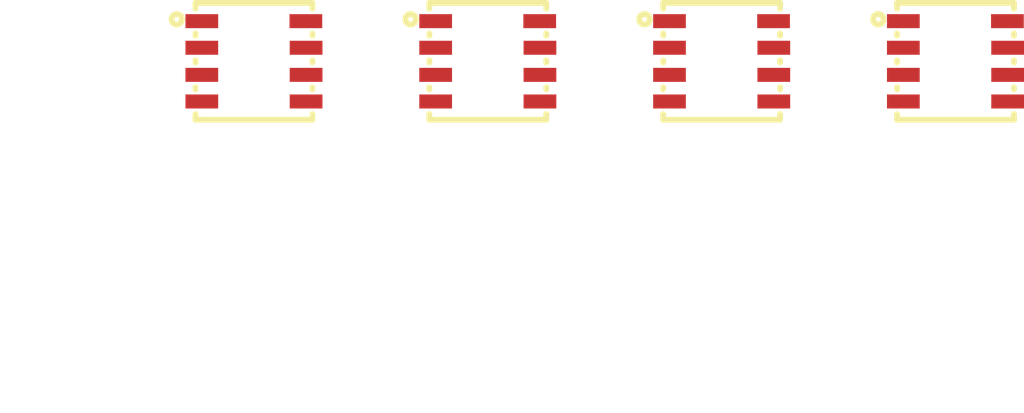
<source format=kicad_pcb>
(kicad_pcb (version 20241229) (generator "atopile") (generator_version "0.11.0")
  (layers (0 "F.Cu" signal) (31 "B.Cu" signal) (34 "B.Paste" user) (35 "F.Paste" user) (36 "B.SilkS" user "B.Silkscreen") (37 "F.SilkS" user "F.Silkscreen") (38 "B.Mask" user) (39 "F.Mask" user) (44 "Edge.Cuts" user))
  (net 0 "")
  (net 1 "rgbs[3]-cathodes-cathode-3")
  (net 2 "rgbs[3]-cathodes-cathode-1")
  (net 4 "rgbs[3]-cathodes-cathode-0")
  (net 5 "rgbs[0]-anodes-anode")
  (net 7 "rgbs[3]-cathodes-cathode-2")
  (net 9 "rgbs[3]-anodes-anode-1")
  (net 10 "rgbs[2]-anodes-anode-1")
  (net 11 "rgbs[3]-anodes-anode-3")
  (net 12 "rgbs[1]-anodes-anode-0")
  (net 13 "rgbs[2]-anodes-anode-3")
  (net 14 "rgbs[2]-anodes-anode-0")
  (net 15 "rgbs[1]-anodes-anode-1")
  (net 16 "rgbs[3]-anodes-anode-2")
  (net 17 "rgbs[2]-anodes-anode-2")
  (net 18 "rgbs[1]-anodes-anode-2")
  (net 19 "rgbs[1]-anodes-anode-3")
  (net 20 "rgbs[3]-anodes-anode-0")
  (footprint "ATOPILE_PIXEL15:pixel15" (layer "F.Cu") (at 0 0 0)
    (property "Reference" "U1" (hide yes))
    (property "Value" "" (hide yes))
  )
  (footprint "TCWIN_TC5050RGBW4D06_4CJHR3_AFW421A:LED-SMD_8P-L5.0-W5.0-TL-FD" (layer "F.Cu") (at 30 0 0)
    (property "Reference" "LED3" (hide yes))
    (property "Value" "")
    (fp_line (start -2.5 -2.25) (end -2.5 -2.5) (stroke (width 0.25)) (layer "F.SilkS"))
    (fp_line (start -2.5 -1.1) (end -2.5 -1.19) (stroke (width 0.25)) (layer "F.SilkS"))
    (fp_line (start -2.5 0.05) (end -2.5 -0.04) (stroke (width 0.25)) (layer "F.SilkS"))
    (fp_line (start -2.5 1.2) (end -2.5 1.11) (stroke (width 0.25)) (layer "F.SilkS"))
    (fp_line (start 2.5 2.26) (end 2.5 2.5) (stroke (width 0.25)) (layer "F.SilkS"))
    (fp_line (start 2.5 2.5) (end -2.5 2.5) (stroke (width 0.25)) (layer "F.SilkS"))
    (fp_line (start -2.5 2.5) (end -2.5 2.26) (stroke (width 0.25)) (layer "F.SilkS"))
    (fp_line (start 2.5 1.11) (end 2.5 1.2) (stroke (width 0.25)) (layer "F.SilkS"))
    (fp_line (start 2.5 -0.04) (end 2.5 0.05) (stroke (width 0.25)) (layer "F.SilkS"))
    (fp_line (start 2.5 -1.19) (end 2.5 -1.1) (stroke (width 0.25)) (layer "F.SilkS"))
    (fp_line (start -2.5 -2.5) (end 2.5 -2.5) (stroke (width 0.25)) (layer "F.SilkS"))
    (fp_line (start 2.5 -2.5) (end 2.5 -2.25) (stroke (width 0.25)) (layer "F.SilkS"))
    (fp_circle (center -3.3 -1.8) (end -3.2 -1.8) (stroke (width 0.25)) (fill no) (layer "F.SilkS"))
    (pad "8" smd rect (at 2.22 -1.72 90) (size 0.6 1.4) (layers "F.Cu" "F.Paste" "F.Mask") (net 11 "rgbs[3]-anodes-anode-3"))
    (pad "7" smd rect (at 2.23 -0.58 90) (size 0.6 1.4) (layers "F.Cu" "F.Paste" "F.Mask") (net 16 "rgbs[3]-anodes-anode-2"))
    (pad "6" smd rect (at 2.23 0.58 90) (size 0.6 1.4) (layers "F.Cu" "F.Paste" "F.Mask") (net 20 "rgbs[3]-anodes-anode-0"))
    (pad "5" smd rect (at 2.23 1.72 90) (size 0.6 1.4) (layers "F.Cu" "F.Paste" "F.Mask") (net 9 "rgbs[3]-anodes-anode-1"))
    (pad "4" smd rect (at -2.23 1.72 90) (size 0.6 1.4) (layers "F.Cu" "F.Paste" "F.Mask") (net 10 "rgbs[2]-anodes-anode-1"))
    (pad "3" smd rect (at -2.23 0.58 90) (size 0.6 1.4) (layers "F.Cu" "F.Paste" "F.Mask") (net 14 "rgbs[2]-anodes-anode-0"))
    (pad "2" smd rect (at -2.23 -0.58 90) (size 0.6 1.4) (layers "F.Cu" "F.Paste" "F.Mask") (net 17 "rgbs[2]-anodes-anode-2"))
    (pad "1" smd rect (at -2.23 -1.72 90) (size 0.6 1.4) (layers "F.Cu" "F.Paste" "F.Mask") (net 13 "rgbs[2]-anodes-anode-3"))
  )
  (footprint "TCWIN_TC5050RGBW4D06_4CJHR3_AFW421A:LED-SMD_8P-L5.0-W5.0-TL-FD" (layer "F.Cu") (at 40 0 0)
    (property "Reference" "LED4" (hide yes))
    (property "Value" "")
    (fp_line (start -2.5 -2.25) (end -2.5 -2.5) (stroke (width 0.25)) (layer "F.SilkS"))
    (fp_line (start -2.5 -1.1) (end -2.5 -1.19) (stroke (width 0.25)) (layer "F.SilkS"))
    (fp_line (start -2.5 0.05) (end -2.5 -0.04) (stroke (width 0.25)) (layer "F.SilkS"))
    (fp_line (start -2.5 1.2) (end -2.5 1.11) (stroke (width 0.25)) (layer "F.SilkS"))
    (fp_line (start 2.5 2.26) (end 2.5 2.5) (stroke (width 0.25)) (layer "F.SilkS"))
    (fp_line (start 2.5 2.5) (end -2.5 2.5) (stroke (width 0.25)) (layer "F.SilkS"))
    (fp_line (start -2.5 2.5) (end -2.5 2.26) (stroke (width 0.25)) (layer "F.SilkS"))
    (fp_line (start 2.5 1.11) (end 2.5 1.2) (stroke (width 0.25)) (layer "F.SilkS"))
    (fp_line (start 2.5 -0.04) (end 2.5 0.05) (stroke (width 0.25)) (layer "F.SilkS"))
    (fp_line (start 2.5 -1.19) (end 2.5 -1.1) (stroke (width 0.25)) (layer "F.SilkS"))
    (fp_line (start -2.5 -2.5) (end 2.5 -2.5) (stroke (width 0.25)) (layer "F.SilkS"))
    (fp_line (start 2.5 -2.5) (end 2.5 -2.25) (stroke (width 0.25)) (layer "F.SilkS"))
    (fp_circle (center -3.3 -1.8) (end -3.2 -1.8) (stroke (width 0.25)) (fill no) (layer "F.SilkS"))
    (pad "8" smd rect (at 2.22 -1.72 90) (size 0.6 1.4) (layers "F.Cu" "F.Paste" "F.Mask") (net 1 "rgbs[3]-cathodes-cathode-3"))
    (pad "7" smd rect (at 2.23 -0.58 90) (size 0.6 1.4) (layers "F.Cu" "F.Paste" "F.Mask") (net 7 "rgbs[3]-cathodes-cathode-2"))
    (pad "6" smd rect (at 2.23 0.58 90) (size 0.6 1.4) (layers "F.Cu" "F.Paste" "F.Mask") (net 4 "rgbs[3]-cathodes-cathode-0"))
    (pad "5" smd rect (at 2.23 1.72 90) (size 0.6 1.4) (layers "F.Cu" "F.Paste" "F.Mask") (net 2 "rgbs[3]-cathodes-cathode-1"))
    (pad "4" smd rect (at -2.23 1.72 90) (size 0.6 1.4) (layers "F.Cu" "F.Paste" "F.Mask") (net 9 "rgbs[3]-anodes-anode-1"))
    (pad "3" smd rect (at -2.23 0.58 90) (size 0.6 1.4) (layers "F.Cu" "F.Paste" "F.Mask") (net 20 "rgbs[3]-anodes-anode-0"))
    (pad "2" smd rect (at -2.23 -0.58 90) (size 0.6 1.4) (layers "F.Cu" "F.Paste" "F.Mask") (net 16 "rgbs[3]-anodes-anode-2"))
    (pad "1" smd rect (at -2.23 -1.72 90) (size 0.6 1.4) (layers "F.Cu" "F.Paste" "F.Mask") (net 11 "rgbs[3]-anodes-anode-3"))
  )
  (footprint "TCWIN_TC5050RGBW4D06_4CJHR3_AFW421A:LED-SMD_8P-L5.0-W5.0-TL-FD" (layer "F.Cu") (at 20 0 0)
    (property "Reference" "LED2" (hide yes))
    (property "Value" "")
    (fp_line (start -2.5 -2.25) (end -2.5 -2.5) (stroke (width 0.25)) (layer "F.SilkS"))
    (fp_line (start -2.5 -1.1) (end -2.5 -1.19) (stroke (width 0.25)) (layer "F.SilkS"))
    (fp_line (start -2.5 0.05) (end -2.5 -0.04) (stroke (width 0.25)) (layer "F.SilkS"))
    (fp_line (start -2.5 1.2) (end -2.5 1.11) (stroke (width 0.25)) (layer "F.SilkS"))
    (fp_line (start 2.5 2.26) (end 2.5 2.5) (stroke (width 0.25)) (layer "F.SilkS"))
    (fp_line (start 2.5 2.5) (end -2.5 2.5) (stroke (width 0.25)) (layer "F.SilkS"))
    (fp_line (start -2.5 2.5) (end -2.5 2.26) (stroke (width 0.25)) (layer "F.SilkS"))
    (fp_line (start 2.5 1.11) (end 2.5 1.2) (stroke (width 0.25)) (layer "F.SilkS"))
    (fp_line (start 2.5 -0.04) (end 2.5 0.05) (stroke (width 0.25)) (layer "F.SilkS"))
    (fp_line (start 2.5 -1.19) (end 2.5 -1.1) (stroke (width 0.25)) (layer "F.SilkS"))
    (fp_line (start -2.5 -2.5) (end 2.5 -2.5) (stroke (width 0.25)) (layer "F.SilkS"))
    (fp_line (start 2.5 -2.5) (end 2.5 -2.25) (stroke (width 0.25)) (layer "F.SilkS"))
    (fp_circle (center -3.3 -1.8) (end -3.2 -1.8) (stroke (width 0.25)) (fill no) (layer "F.SilkS"))
    (pad "8" smd rect (at 2.22 -1.72 90) (size 0.6 1.4) (layers "F.Cu" "F.Paste" "F.Mask") (net 13 "rgbs[2]-anodes-anode-3"))
    (pad "7" smd rect (at 2.23 -0.58 90) (size 0.6 1.4) (layers "F.Cu" "F.Paste" "F.Mask") (net 17 "rgbs[2]-anodes-anode-2"))
    (pad "6" smd rect (at 2.23 0.58 90) (size 0.6 1.4) (layers "F.Cu" "F.Paste" "F.Mask") (net 14 "rgbs[2]-anodes-anode-0"))
    (pad "5" smd rect (at 2.23 1.72 90) (size 0.6 1.4) (layers "F.Cu" "F.Paste" "F.Mask") (net 10 "rgbs[2]-anodes-anode-1"))
    (pad "4" smd rect (at -2.23 1.72 90) (size 0.6 1.4) (layers "F.Cu" "F.Paste" "F.Mask") (net 15 "rgbs[1]-anodes-anode-1"))
    (pad "3" smd rect (at -2.23 0.58 90) (size 0.6 1.4) (layers "F.Cu" "F.Paste" "F.Mask") (net 12 "rgbs[1]-anodes-anode-0"))
    (pad "2" smd rect (at -2.23 -0.58 90) (size 0.6 1.4) (layers "F.Cu" "F.Paste" "F.Mask") (net 18 "rgbs[1]-anodes-anode-2"))
    (pad "1" smd rect (at -2.23 -1.72 90) (size 0.6 1.4) (layers "F.Cu" "F.Paste" "F.Mask") (net 19 "rgbs[1]-anodes-anode-3"))
  )
  (footprint "TCWIN_TC5050RGBW4D06_4CJHR3_AFW421A:LED-SMD_8P-L5.0-W5.0-TL-FD" (layer "F.Cu") (at 10 0 0)
    (property "Reference" "LED1" (hide yes))
    (property "Value" "")
    (fp_line (start -2.5 -2.25) (end -2.5 -2.5) (stroke (width 0.25)) (layer "F.SilkS"))
    (fp_line (start -2.5 -1.1) (end -2.5 -1.19) (stroke (width 0.25)) (layer "F.SilkS"))
    (fp_line (start -2.5 0.05) (end -2.5 -0.04) (stroke (width 0.25)) (layer "F.SilkS"))
    (fp_line (start -2.5 1.2) (end -2.5 1.11) (stroke (width 0.25)) (layer "F.SilkS"))
    (fp_line (start 2.5 2.26) (end 2.5 2.5) (stroke (width 0.25)) (layer "F.SilkS"))
    (fp_line (start 2.5 2.5) (end -2.5 2.5) (stroke (width 0.25)) (layer "F.SilkS"))
    (fp_line (start -2.5 2.5) (end -2.5 2.26) (stroke (width 0.25)) (layer "F.SilkS"))
    (fp_line (start 2.5 1.11) (end 2.5 1.2) (stroke (width 0.25)) (layer "F.SilkS"))
    (fp_line (start 2.5 -0.04) (end 2.5 0.05) (stroke (width 0.25)) (layer "F.SilkS"))
    (fp_line (start 2.5 -1.19) (end 2.5 -1.1) (stroke (width 0.25)) (layer "F.SilkS"))
    (fp_line (start -2.5 -2.5) (end 2.5 -2.5) (stroke (width 0.25)) (layer "F.SilkS"))
    (fp_line (start 2.5 -2.5) (end 2.5 -2.25) (stroke (width 0.25)) (layer "F.SilkS"))
    (fp_circle (center -3.3 -1.8) (end -3.2 -1.8) (stroke (width 0.25)) (fill no) (layer "F.SilkS"))
    (pad "8" smd rect (at 2.22 -1.72 90) (size 0.6 1.4) (layers "F.Cu" "F.Paste" "F.Mask") (net 19 "rgbs[1]-anodes-anode-3"))
    (pad "7" smd rect (at 2.23 -0.58 90) (size 0.6 1.4) (layers "F.Cu" "F.Paste" "F.Mask") (net 18 "rgbs[1]-anodes-anode-2"))
    (pad "6" smd rect (at 2.23 0.58 90) (size 0.6 1.4) (layers "F.Cu" "F.Paste" "F.Mask") (net 12 "rgbs[1]-anodes-anode-0"))
    (pad "5" smd rect (at 2.23 1.72 90) (size 0.6 1.4) (layers "F.Cu" "F.Paste" "F.Mask") (net 15 "rgbs[1]-anodes-anode-1"))
    (pad "4" smd rect (at -2.23 1.72 90) (size 0.6 1.4) (layers "F.Cu" "F.Paste" "F.Mask") (net 5 "rgbs[0]-anodes-anode"))
    (pad "3" smd rect (at -2.23 0.58 90) (size 0.6 1.4) (layers "F.Cu" "F.Paste" "F.Mask") (net 5 "rgbs[0]-anodes-anode"))
    (pad "2" smd rect (at -2.23 -0.58 90) (size 0.6 1.4) (layers "F.Cu" "F.Paste" "F.Mask") (net 5 "rgbs[0]-anodes-anode"))
    (pad "1" smd rect (at -2.23 -1.72 90) (size 0.6 1.4) (layers "F.Cu" "F.Paste" "F.Mask") (net 5 "rgbs[0]-anodes-anode"))
  )
)
</source>
